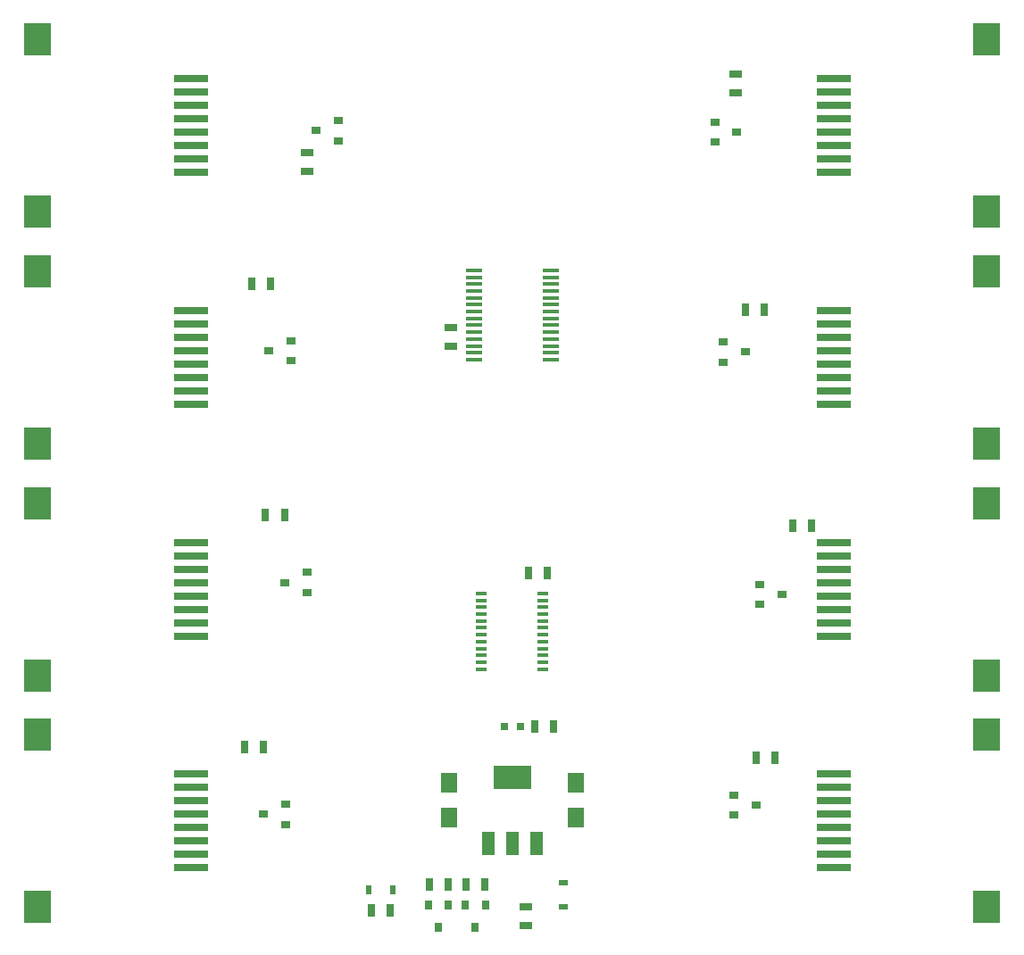
<source format=gbr>
G04 EAGLE Gerber RS-274X export*
G75*
%MOMM*%
%FSLAX34Y34*%
%LPD*%
%INSolderpaste Top*%
%IPPOS*%
%AMOC8*
5,1,8,0,0,1.08239X$1,22.5*%
G01*
%ADD10R,0.990600X0.304800*%
%ADD11R,1.500000X0.400000*%
%ADD12R,1.219200X2.235200*%
%ADD13R,3.600000X2.200000*%
%ADD14R,3.200000X0.800000*%
%ADD15R,2.540000X3.120000*%
%ADD16R,0.800000X1.200000*%
%ADD17R,1.200000X0.800000*%
%ADD18R,1.600000X1.900000*%
%ADD19R,0.800000X0.900000*%
%ADD20R,0.630000X0.830000*%
%ADD21R,0.830000X0.630000*%
%ADD22R,0.800000X0.800000*%
%ADD23R,0.900000X0.800000*%


D10*
X470822Y385750D03*
X470822Y379250D03*
X470822Y372750D03*
X470822Y366250D03*
X470822Y359750D03*
X470822Y353250D03*
X470822Y346750D03*
X470822Y340250D03*
X470822Y333750D03*
X470822Y327250D03*
X470822Y320750D03*
X470822Y314250D03*
X529178Y314250D03*
X529178Y320750D03*
X529178Y327250D03*
X529178Y333750D03*
X529178Y340250D03*
X529178Y346750D03*
X529178Y353250D03*
X529178Y359750D03*
X529178Y366250D03*
X529178Y372750D03*
X529178Y379250D03*
X529178Y385750D03*
D11*
X463750Y692250D03*
X463750Y685750D03*
X463750Y679250D03*
X463750Y672750D03*
X463750Y666250D03*
X463750Y659750D03*
X463750Y653250D03*
X463750Y646750D03*
X463750Y640250D03*
X463750Y633750D03*
X463750Y627250D03*
X463750Y620750D03*
X463750Y614250D03*
X463750Y607750D03*
X536250Y607750D03*
X536250Y614250D03*
X536250Y620750D03*
X536250Y627250D03*
X536250Y633750D03*
X536250Y640250D03*
X536250Y646750D03*
X536250Y653250D03*
X536250Y659750D03*
X536250Y666250D03*
X536250Y672750D03*
X536250Y679250D03*
X536250Y685750D03*
X536250Y692250D03*
D12*
X476886Y149012D03*
X500000Y149012D03*
X523114Y149012D03*
D13*
X500000Y210990D03*
D14*
X195200Y785550D03*
X195200Y798250D03*
X195200Y810950D03*
X195200Y823650D03*
X195200Y836350D03*
X195200Y849050D03*
X195200Y861750D03*
X195200Y874450D03*
D15*
X50000Y748300D03*
X50000Y911700D03*
D14*
X195200Y565550D03*
X195200Y578250D03*
X195200Y590950D03*
X195200Y603650D03*
X195200Y616350D03*
X195200Y629050D03*
X195200Y641750D03*
X195200Y654450D03*
D15*
X50000Y528300D03*
X50000Y691700D03*
D14*
X195200Y345550D03*
X195200Y358250D03*
X195200Y370950D03*
X195200Y383650D03*
X195200Y396350D03*
X195200Y409050D03*
X195200Y421750D03*
X195200Y434450D03*
D15*
X50000Y308300D03*
X50000Y471700D03*
D14*
X195200Y125550D03*
X195200Y138250D03*
X195200Y150950D03*
X195200Y163650D03*
X195200Y176350D03*
X195200Y189050D03*
X195200Y201750D03*
X195200Y214450D03*
D15*
X50000Y88300D03*
X50000Y251700D03*
D14*
X804800Y214450D03*
X804800Y201750D03*
X804800Y189050D03*
X804800Y176350D03*
X804800Y163650D03*
X804800Y150950D03*
X804800Y138250D03*
X804800Y125550D03*
D15*
X950000Y251700D03*
X950000Y88300D03*
D14*
X804800Y434450D03*
X804800Y421750D03*
X804800Y409050D03*
X804800Y396350D03*
X804800Y383650D03*
X804800Y370950D03*
X804800Y358250D03*
X804800Y345550D03*
D15*
X950000Y471700D03*
X950000Y308300D03*
D14*
X804800Y654450D03*
X804800Y641750D03*
X804800Y629050D03*
X804800Y616350D03*
X804800Y603650D03*
X804800Y590950D03*
X804800Y578250D03*
X804800Y565550D03*
D15*
X950000Y691700D03*
X950000Y528300D03*
D14*
X804800Y874450D03*
X804800Y861750D03*
X804800Y849050D03*
X804800Y836350D03*
X804800Y823650D03*
X804800Y810950D03*
X804800Y798250D03*
X804800Y785550D03*
D15*
X950000Y911700D03*
X950000Y748300D03*
D16*
X533000Y405000D03*
X515000Y405000D03*
D17*
X442000Y638000D03*
X442000Y620000D03*
D18*
X560000Y206500D03*
X560000Y173500D03*
X440000Y173500D03*
X440000Y206500D03*
D19*
X430000Y69000D03*
X420500Y90000D03*
X439500Y90000D03*
D16*
X421000Y110000D03*
X439000Y110000D03*
D19*
X465000Y69000D03*
X455500Y90000D03*
X474500Y90000D03*
D16*
X456000Y110000D03*
X474000Y110000D03*
D20*
X386500Y105000D03*
X363500Y105000D03*
D16*
X366000Y85000D03*
X384000Y85000D03*
D21*
X548000Y111500D03*
X548000Y88500D03*
D22*
X492500Y260000D03*
X507500Y260000D03*
D16*
X521000Y260000D03*
X539000Y260000D03*
D17*
X305000Y804000D03*
X305000Y786000D03*
D16*
X271000Y680000D03*
X253000Y680000D03*
X284000Y460000D03*
X266000Y460000D03*
X264000Y240000D03*
X246000Y240000D03*
X731000Y230000D03*
X749000Y230000D03*
X766000Y450000D03*
X784000Y450000D03*
X721000Y655000D03*
X739000Y655000D03*
D17*
X712000Y861000D03*
X712000Y879000D03*
D23*
X314000Y825000D03*
X335000Y834500D03*
X335000Y815500D03*
X269000Y616350D03*
X290000Y625850D03*
X290000Y606850D03*
X284000Y396350D03*
X305000Y405850D03*
X305000Y386850D03*
X264000Y176350D03*
X285000Y185850D03*
X285000Y166850D03*
X731000Y185000D03*
X710000Y175500D03*
X710000Y194500D03*
X756000Y385000D03*
X735000Y375500D03*
X735000Y394500D03*
X721000Y615000D03*
X700000Y605500D03*
X700000Y624500D03*
X713000Y823650D03*
X692000Y814150D03*
X692000Y833150D03*
D17*
X512600Y89000D03*
X512600Y71000D03*
M02*

</source>
